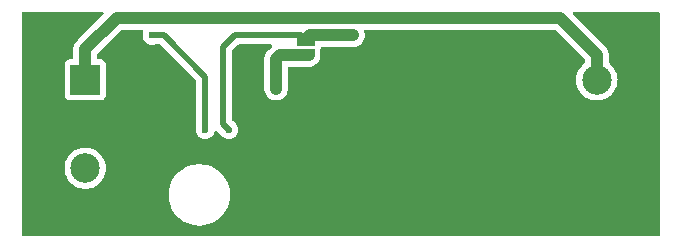
<source format=gbr>
%TF.GenerationSoftware,KiCad,Pcbnew,8.0.2*%
%TF.CreationDate,2024-08-05T12:32:05+02:00*%
%TF.ProjectId,CurrentLimiter2,43757272-656e-4744-9c69-6d6974657232,rev?*%
%TF.SameCoordinates,Original*%
%TF.FileFunction,Copper,L2,Bot*%
%TF.FilePolarity,Positive*%
%FSLAX46Y46*%
G04 Gerber Fmt 4.6, Leading zero omitted, Abs format (unit mm)*
G04 Created by KiCad (PCBNEW 8.0.2) date 2024-08-05 12:32:05*
%MOMM*%
%LPD*%
G01*
G04 APERTURE LIST*
G04 Aperture macros list*
%AMFreePoly0*
4,1,19,0.500000,-0.750000,0.000000,-0.750000,0.000000,-0.744911,-0.071157,-0.744911,-0.207708,-0.704816,-0.327430,-0.627875,-0.420627,-0.520320,-0.479746,-0.390866,-0.500000,-0.250000,-0.500000,0.250000,-0.479746,0.390866,-0.420627,0.520320,-0.327430,0.627875,-0.207708,0.704816,-0.071157,0.744911,0.000000,0.744911,0.000000,0.750000,0.500000,0.750000,0.500000,-0.750000,0.500000,-0.750000,
$1*%
%AMFreePoly1*
4,1,19,0.000000,0.744911,0.071157,0.744911,0.207708,0.704816,0.327430,0.627875,0.420627,0.520320,0.479746,0.390866,0.500000,0.250000,0.500000,-0.250000,0.479746,-0.390866,0.420627,-0.520320,0.327430,-0.627875,0.207708,-0.704816,0.071157,-0.744911,0.000000,-0.744911,0.000000,-0.750000,-0.500000,-0.750000,-0.500000,0.750000,0.000000,0.750000,0.000000,0.744911,0.000000,0.744911,
$1*%
G04 Aperture macros list end*
%TA.AperFunction,SMDPad,CuDef*%
%ADD10FreePoly0,270.000000*%
%TD*%
%TA.AperFunction,SMDPad,CuDef*%
%ADD11FreePoly1,270.000000*%
%TD*%
%TA.AperFunction,ComponentPad*%
%ADD12R,2.500000X2.500000*%
%TD*%
%TA.AperFunction,ComponentPad*%
%ADD13C,2.500000*%
%TD*%
%TA.AperFunction,ViaPad*%
%ADD14C,0.600000*%
%TD*%
%TA.AperFunction,ViaPad*%
%ADD15C,1.000000*%
%TD*%
%TA.AperFunction,Conductor*%
%ADD16C,1.000000*%
%TD*%
%TA.AperFunction,Conductor*%
%ADD17C,0.500000*%
%TD*%
G04 APERTURE END LIST*
D10*
%TO.P,JP1,1,A*%
%TO.N,Net-(JP1-A)*%
X124500000Y-92850000D03*
D11*
%TO.P,JP1,2,B*%
%TO.N,Net-(JP1-B)*%
X124500000Y-94150000D03*
%TD*%
D12*
%TO.P,J2,1,Pin_1*%
%TO.N,/Col*%
X149155000Y-103750000D03*
D13*
%TO.P,J2,2,Pin_2*%
%TO.N,Net-(J1-Pin_1)*%
X149155000Y-96250000D03*
%TD*%
D12*
%TO.P,J1,1,Pin_1*%
%TO.N,Net-(J1-Pin_1)*%
X105845000Y-96250000D03*
D13*
%TO.P,J1,2,Pin_2*%
%TO.N,Net-(J1-Pin_2)*%
X105845000Y-103750000D03*
%TD*%
D14*
%TO.N,Net-(JP1-B)*%
X122000000Y-97000000D03*
%TO.N,Net-(JP1-A)*%
X118000000Y-100500000D03*
X128500000Y-92500000D03*
%TO.N,Net-(Q1-C)*%
X111500000Y-92500000D03*
X116000000Y-100500000D03*
D15*
%TO.N,/Col*%
X132000000Y-97500000D03*
X132000000Y-106000000D03*
X141000000Y-109000000D03*
X126000000Y-106000000D03*
X132000000Y-103000000D03*
X141000000Y-100000000D03*
X129000000Y-109000000D03*
X129000000Y-103000000D03*
X135000000Y-103000000D03*
X138000000Y-109000000D03*
X138000000Y-100000000D03*
X126000000Y-100000000D03*
X135000000Y-109000000D03*
X132000000Y-100000000D03*
X135000000Y-100000000D03*
X141000000Y-106000000D03*
X126000000Y-109000000D03*
X138000000Y-106000000D03*
X129000000Y-106000000D03*
X141000000Y-103000000D03*
X129000000Y-100000000D03*
X135000000Y-97500000D03*
X126000000Y-103000000D03*
X126000000Y-97500000D03*
X129000000Y-97500000D03*
X132000000Y-109000000D03*
X138000000Y-97500000D03*
X135000000Y-106000000D03*
X138000000Y-103000000D03*
X141000000Y-97500000D03*
%TD*%
D16*
%TO.N,Net-(JP1-B)*%
X122350000Y-94150000D02*
X122000000Y-94500000D01*
X122000000Y-94500000D02*
X122000000Y-97000000D01*
X124500000Y-94150000D02*
X122350000Y-94150000D01*
D17*
%TO.N,Net-(JP1-A)*%
X118500000Y-92500000D02*
X124150000Y-92500000D01*
X117500000Y-93500000D02*
X118500000Y-92500000D01*
X117500000Y-100000000D02*
X117500000Y-93500000D01*
X124150000Y-92500000D02*
X124500000Y-92850000D01*
X118000000Y-100500000D02*
X117500000Y-100000000D01*
D16*
X124850000Y-92500000D02*
X124500000Y-92850000D01*
X128500000Y-92500000D02*
X124850000Y-92500000D01*
D17*
%TO.N,Net-(Q1-C)*%
X112500000Y-92500000D02*
X116000000Y-96000000D01*
X116000000Y-96000000D02*
X116000000Y-100500000D01*
X111500000Y-92500000D02*
X112500000Y-92500000D01*
D16*
%TO.N,Net-(J1-Pin_1)*%
X149155000Y-94155000D02*
X149155000Y-96250000D01*
X105845000Y-96250000D02*
X105845000Y-93655000D01*
X146000000Y-91000000D02*
X149155000Y-94155000D01*
X108500000Y-91000000D02*
X146000000Y-91000000D01*
X105845000Y-93655000D02*
X108500000Y-91000000D01*
%TD*%
%TA.AperFunction,Conductor*%
%TO.N,/Col*%
G36*
X107352257Y-90520185D02*
G01*
X107398012Y-90572989D01*
X107407956Y-90642147D01*
X107378931Y-90705703D01*
X107372900Y-90712179D01*
X105207221Y-92877858D01*
X105207218Y-92877861D01*
X105137538Y-92947540D01*
X105067859Y-93017219D01*
X104958371Y-93181080D01*
X104958366Y-93181089D01*
X104906808Y-93305564D01*
X104906808Y-93305565D01*
X104882947Y-93363167D01*
X104881021Y-93372856D01*
X104881020Y-93372861D01*
X104844500Y-93556456D01*
X104844500Y-94375500D01*
X104824815Y-94442539D01*
X104772011Y-94488294D01*
X104720501Y-94499500D01*
X104547130Y-94499500D01*
X104547123Y-94499501D01*
X104487516Y-94505908D01*
X104352671Y-94556202D01*
X104352664Y-94556206D01*
X104237455Y-94642452D01*
X104237452Y-94642455D01*
X104151206Y-94757664D01*
X104151202Y-94757671D01*
X104100908Y-94892517D01*
X104094501Y-94952116D01*
X104094501Y-94952123D01*
X104094500Y-94952135D01*
X104094500Y-97547870D01*
X104094501Y-97547876D01*
X104100908Y-97607483D01*
X104151202Y-97742328D01*
X104151206Y-97742335D01*
X104237452Y-97857544D01*
X104237455Y-97857547D01*
X104352664Y-97943793D01*
X104352671Y-97943797D01*
X104487517Y-97994091D01*
X104487516Y-97994091D01*
X104494444Y-97994835D01*
X104547127Y-98000500D01*
X107142872Y-98000499D01*
X107202483Y-97994091D01*
X107337331Y-97943796D01*
X107452546Y-97857546D01*
X107538796Y-97742331D01*
X107589091Y-97607483D01*
X107595500Y-97547873D01*
X107595499Y-94952128D01*
X107589091Y-94892517D01*
X107583514Y-94877565D01*
X107538797Y-94757671D01*
X107538793Y-94757664D01*
X107452547Y-94642455D01*
X107452544Y-94642452D01*
X107337335Y-94556206D01*
X107337328Y-94556202D01*
X107202482Y-94505908D01*
X107202483Y-94505908D01*
X107142883Y-94499501D01*
X107142881Y-94499500D01*
X107142873Y-94499500D01*
X107142865Y-94499500D01*
X106969500Y-94499500D01*
X106902461Y-94479815D01*
X106856706Y-94427011D01*
X106845500Y-94375500D01*
X106845500Y-94120782D01*
X106865185Y-94053743D01*
X106881819Y-94033101D01*
X108878101Y-92036819D01*
X108939424Y-92003334D01*
X108965782Y-92000500D01*
X110651928Y-92000500D01*
X110718967Y-92020185D01*
X110764722Y-92072989D01*
X110774666Y-92142147D01*
X110768970Y-92165454D01*
X110714632Y-92320742D01*
X110714630Y-92320750D01*
X110694435Y-92499996D01*
X110694435Y-92500003D01*
X110714630Y-92679249D01*
X110714631Y-92679254D01*
X110774211Y-92849523D01*
X110870184Y-93002262D01*
X110997738Y-93129816D01*
X111150478Y-93225789D01*
X111297219Y-93277136D01*
X111320745Y-93285368D01*
X111320750Y-93285369D01*
X111499996Y-93305565D01*
X111500000Y-93305565D01*
X111500004Y-93305565D01*
X111679249Y-93285369D01*
X111679252Y-93285368D01*
X111679255Y-93285368D01*
X111759017Y-93257457D01*
X111799972Y-93250500D01*
X112137770Y-93250500D01*
X112204809Y-93270185D01*
X112225451Y-93286819D01*
X115213181Y-96274548D01*
X115246666Y-96335871D01*
X115249500Y-96362229D01*
X115249500Y-100200028D01*
X115242542Y-100240982D01*
X115214631Y-100320747D01*
X115194435Y-100499996D01*
X115194435Y-100500003D01*
X115214630Y-100679249D01*
X115214631Y-100679254D01*
X115274211Y-100849523D01*
X115370184Y-101002262D01*
X115497738Y-101129816D01*
X115650478Y-101225789D01*
X115820745Y-101285368D01*
X115820750Y-101285369D01*
X115999996Y-101305565D01*
X116000000Y-101305565D01*
X116000004Y-101305565D01*
X116179249Y-101285369D01*
X116179252Y-101285368D01*
X116179255Y-101285368D01*
X116349522Y-101225789D01*
X116502262Y-101129816D01*
X116629816Y-101002262D01*
X116725789Y-100849522D01*
X116785368Y-100679255D01*
X116790210Y-100636276D01*
X116817275Y-100571865D01*
X116874869Y-100532309D01*
X116944706Y-100530170D01*
X117001111Y-100562480D01*
X117246692Y-100808060D01*
X117269356Y-100844129D01*
X117271188Y-100843247D01*
X117274207Y-100849516D01*
X117370184Y-101002262D01*
X117497738Y-101129816D01*
X117650478Y-101225789D01*
X117820745Y-101285368D01*
X117820750Y-101285369D01*
X117999996Y-101305565D01*
X118000000Y-101305565D01*
X118000004Y-101305565D01*
X118179249Y-101285369D01*
X118179252Y-101285368D01*
X118179255Y-101285368D01*
X118349522Y-101225789D01*
X118502262Y-101129816D01*
X118629816Y-101002262D01*
X118725789Y-100849522D01*
X118785368Y-100679255D01*
X118797468Y-100571865D01*
X118805565Y-100500003D01*
X118805565Y-100499996D01*
X118785369Y-100320750D01*
X118785368Y-100320745D01*
X118757458Y-100240982D01*
X118725789Y-100150478D01*
X118629816Y-99997738D01*
X118502262Y-99870184D01*
X118349522Y-99774211D01*
X118349516Y-99774207D01*
X118343247Y-99771188D01*
X118344129Y-99769356D01*
X118308060Y-99746692D01*
X118286819Y-99725451D01*
X118253334Y-99664128D01*
X118250500Y-99637770D01*
X118250500Y-93862229D01*
X118270185Y-93795190D01*
X118286819Y-93774548D01*
X118774548Y-93286819D01*
X118835871Y-93253334D01*
X118862229Y-93250500D01*
X121535216Y-93250500D01*
X121602255Y-93270185D01*
X121648010Y-93322989D01*
X121657954Y-93392147D01*
X121628929Y-93455703D01*
X121622897Y-93462181D01*
X121451733Y-93633346D01*
X121362220Y-93722859D01*
X121362218Y-93722861D01*
X121310531Y-93774548D01*
X121222859Y-93862219D01*
X121113371Y-94026079D01*
X121113364Y-94026092D01*
X121037950Y-94208160D01*
X121037947Y-94208170D01*
X120999500Y-94401456D01*
X120999500Y-94401459D01*
X120999500Y-97098541D01*
X120999500Y-97098543D01*
X120999499Y-97098543D01*
X121037947Y-97291829D01*
X121037950Y-97291839D01*
X121113364Y-97473907D01*
X121113371Y-97473920D01*
X121222860Y-97637781D01*
X121222863Y-97637785D01*
X121362214Y-97777136D01*
X121362218Y-97777139D01*
X121526079Y-97886628D01*
X121526092Y-97886635D01*
X121708160Y-97962049D01*
X121708165Y-97962051D01*
X121708169Y-97962051D01*
X121708170Y-97962052D01*
X121901456Y-98000500D01*
X121901459Y-98000500D01*
X122098543Y-98000500D01*
X122228582Y-97974632D01*
X122291835Y-97962051D01*
X122473914Y-97886632D01*
X122637782Y-97777139D01*
X122777139Y-97637782D01*
X122886632Y-97473914D01*
X122962051Y-97291835D01*
X123000500Y-97098541D01*
X123000500Y-95274500D01*
X123020185Y-95207461D01*
X123072989Y-95161706D01*
X123124500Y-95150500D01*
X124134435Y-95150500D01*
X124152081Y-95151762D01*
X124178059Y-95155497D01*
X124234399Y-95155497D01*
X124234409Y-95155500D01*
X124285764Y-95155500D01*
X124765573Y-95155500D01*
X124765601Y-95155497D01*
X124821940Y-95155497D01*
X124821941Y-95155497D01*
X124955479Y-95136297D01*
X124955481Y-95136297D01*
X124961612Y-95135415D01*
X124964256Y-95135035D01*
X124964257Y-95135035D01*
X125102309Y-95094498D01*
X125233094Y-95034770D01*
X125354130Y-94956986D01*
X125359729Y-94952135D01*
X125428533Y-94892516D01*
X125462791Y-94862832D01*
X125462794Y-94862829D01*
X125557015Y-94754091D01*
X125634747Y-94633137D01*
X125694517Y-94502259D01*
X125735024Y-94364304D01*
X125755500Y-94221889D01*
X125755500Y-93650000D01*
X125754309Y-93633346D01*
X125769161Y-93565073D01*
X125818566Y-93515668D01*
X125877993Y-93500500D01*
X128598543Y-93500500D01*
X128728582Y-93474632D01*
X128791835Y-93462051D01*
X128973914Y-93386632D01*
X129137782Y-93277139D01*
X129277139Y-93137782D01*
X129386632Y-92973914D01*
X129462051Y-92791835D01*
X129500500Y-92598541D01*
X129500500Y-92401459D01*
X129500500Y-92401456D01*
X129462052Y-92208170D01*
X129462051Y-92208169D01*
X129462051Y-92208165D01*
X129447051Y-92171951D01*
X129439584Y-92102482D01*
X129470859Y-92040003D01*
X129530949Y-92004351D01*
X129561613Y-92000500D01*
X145534218Y-92000500D01*
X145601257Y-92020185D01*
X145621899Y-92036819D01*
X148118181Y-94533101D01*
X148151666Y-94594424D01*
X148154500Y-94620782D01*
X148154500Y-94747956D01*
X148134815Y-94814995D01*
X148100354Y-94850408D01*
X148060523Y-94877565D01*
X147868198Y-95056014D01*
X147704614Y-95261143D01*
X147573432Y-95488356D01*
X147477582Y-95732578D01*
X147477576Y-95732597D01*
X147419197Y-95988374D01*
X147419196Y-95988379D01*
X147399592Y-96249995D01*
X147399592Y-96250004D01*
X147419196Y-96511620D01*
X147419197Y-96511625D01*
X147477576Y-96767402D01*
X147477578Y-96767411D01*
X147477580Y-96767416D01*
X147573432Y-97011643D01*
X147704614Y-97238857D01*
X147746858Y-97291829D01*
X147868198Y-97443985D01*
X147980163Y-97547872D01*
X148060521Y-97622433D01*
X148277296Y-97770228D01*
X148277301Y-97770230D01*
X148277302Y-97770231D01*
X148277303Y-97770232D01*
X148402843Y-97830688D01*
X148513673Y-97884061D01*
X148513674Y-97884061D01*
X148513677Y-97884063D01*
X148764385Y-97961396D01*
X149023818Y-98000500D01*
X149286182Y-98000500D01*
X149545615Y-97961396D01*
X149796323Y-97884063D01*
X150018353Y-97777139D01*
X150032696Y-97770232D01*
X150032696Y-97770231D01*
X150032704Y-97770228D01*
X150249479Y-97622433D01*
X150441805Y-97443981D01*
X150605386Y-97238857D01*
X150736568Y-97011643D01*
X150832420Y-96767416D01*
X150890802Y-96511630D01*
X150905847Y-96310867D01*
X150910408Y-96250004D01*
X150910408Y-96249995D01*
X150890803Y-95988379D01*
X150890802Y-95988374D01*
X150890802Y-95988370D01*
X150832420Y-95732584D01*
X150736568Y-95488357D01*
X150605386Y-95261143D01*
X150441805Y-95056019D01*
X150441804Y-95056018D01*
X150441801Y-95056014D01*
X150265590Y-94892516D01*
X150249479Y-94877567D01*
X150248064Y-94876602D01*
X150209646Y-94850408D01*
X150165345Y-94796378D01*
X150155500Y-94747956D01*
X150155500Y-94056456D01*
X150117051Y-93863166D01*
X150116660Y-93862222D01*
X150116658Y-93862218D01*
X150116652Y-93862202D01*
X150064639Y-93736630D01*
X150041635Y-93681093D01*
X150041634Y-93681092D01*
X150041632Y-93681086D01*
X150009733Y-93633346D01*
X149932139Y-93517217D01*
X149789686Y-93374764D01*
X149789655Y-93374735D01*
X147127101Y-90712181D01*
X147093616Y-90650858D01*
X147098600Y-90581166D01*
X147140472Y-90525233D01*
X147205936Y-90500816D01*
X147214782Y-90500500D01*
X154375500Y-90500500D01*
X154442539Y-90520185D01*
X154488294Y-90572989D01*
X154499500Y-90624500D01*
X154499500Y-109375500D01*
X154479815Y-109442539D01*
X154427011Y-109488294D01*
X154375500Y-109499500D01*
X100624500Y-109499500D01*
X100557461Y-109479815D01*
X100511706Y-109427011D01*
X100500500Y-109375500D01*
X100500500Y-105853952D01*
X112899500Y-105853952D01*
X112899500Y-106146047D01*
X112932199Y-106436271D01*
X112932202Y-106436285D01*
X112997196Y-106721044D01*
X112997197Y-106721046D01*
X113093665Y-106996738D01*
X113220393Y-107259890D01*
X113220395Y-107259893D01*
X113375792Y-107507206D01*
X113557902Y-107735565D01*
X113764435Y-107942098D01*
X113992794Y-108124208D01*
X114240107Y-108279605D01*
X114503263Y-108406335D01*
X114778955Y-108502803D01*
X115063714Y-108567798D01*
X115063723Y-108567799D01*
X115063728Y-108567800D01*
X115257210Y-108589599D01*
X115353953Y-108600499D01*
X115353956Y-108600500D01*
X115353959Y-108600500D01*
X115646044Y-108600500D01*
X115646045Y-108600499D01*
X115794371Y-108583787D01*
X115936271Y-108567800D01*
X115936274Y-108567799D01*
X115936286Y-108567798D01*
X116221045Y-108502803D01*
X116496737Y-108406335D01*
X116759893Y-108279605D01*
X117007206Y-108124208D01*
X117235565Y-107942098D01*
X117442098Y-107735565D01*
X117624208Y-107507206D01*
X117779605Y-107259893D01*
X117906335Y-106996737D01*
X118002803Y-106721045D01*
X118067798Y-106436286D01*
X118100500Y-106146041D01*
X118100500Y-105853959D01*
X118067798Y-105563714D01*
X118002803Y-105278955D01*
X117906335Y-105003263D01*
X117779605Y-104740107D01*
X117624208Y-104492794D01*
X117442098Y-104264435D01*
X117235565Y-104057902D01*
X117007206Y-103875792D01*
X116836398Y-103768466D01*
X116759890Y-103720393D01*
X116496738Y-103593665D01*
X116221046Y-103497197D01*
X116221044Y-103497196D01*
X116001280Y-103447036D01*
X115936286Y-103432202D01*
X115936283Y-103432201D01*
X115936271Y-103432199D01*
X115646047Y-103399500D01*
X115646041Y-103399500D01*
X115353959Y-103399500D01*
X115353952Y-103399500D01*
X115063728Y-103432199D01*
X115063714Y-103432202D01*
X114778955Y-103497196D01*
X114778953Y-103497197D01*
X114503261Y-103593665D01*
X114240109Y-103720393D01*
X113992795Y-103875791D01*
X113764435Y-104057901D01*
X113557901Y-104264435D01*
X113375791Y-104492795D01*
X113220393Y-104740109D01*
X113093665Y-105003261D01*
X112997197Y-105278953D01*
X112997196Y-105278955D01*
X112932202Y-105563714D01*
X112932199Y-105563728D01*
X112899500Y-105853952D01*
X100500500Y-105853952D01*
X100500500Y-103749995D01*
X104089592Y-103749995D01*
X104089592Y-103750004D01*
X104109196Y-104011620D01*
X104109197Y-104011625D01*
X104167576Y-104267402D01*
X104167578Y-104267411D01*
X104167580Y-104267416D01*
X104263432Y-104511643D01*
X104394614Y-104738857D01*
X104526736Y-104904533D01*
X104558198Y-104943985D01*
X104739753Y-105112441D01*
X104750521Y-105122433D01*
X104967296Y-105270228D01*
X104967301Y-105270230D01*
X104967302Y-105270231D01*
X104967303Y-105270232D01*
X105092843Y-105330688D01*
X105203673Y-105384061D01*
X105203674Y-105384061D01*
X105203677Y-105384063D01*
X105454385Y-105461396D01*
X105713818Y-105500500D01*
X105976182Y-105500500D01*
X106235615Y-105461396D01*
X106486323Y-105384063D01*
X106704582Y-105278955D01*
X106722696Y-105270232D01*
X106722696Y-105270231D01*
X106722704Y-105270228D01*
X106939479Y-105122433D01*
X107131805Y-104943981D01*
X107295386Y-104738857D01*
X107426568Y-104511643D01*
X107522420Y-104267416D01*
X107580802Y-104011630D01*
X107580803Y-104011620D01*
X107600408Y-103750004D01*
X107600408Y-103749995D01*
X107580803Y-103488379D01*
X107580802Y-103488374D01*
X107580802Y-103488370D01*
X107522420Y-103232584D01*
X107426568Y-102988357D01*
X107295386Y-102761143D01*
X107131805Y-102556019D01*
X107131804Y-102556018D01*
X107131801Y-102556014D01*
X106939479Y-102377567D01*
X106722704Y-102229772D01*
X106722700Y-102229770D01*
X106722697Y-102229768D01*
X106722696Y-102229767D01*
X106486325Y-102115938D01*
X106486327Y-102115938D01*
X106235623Y-102038606D01*
X106235619Y-102038605D01*
X106235615Y-102038604D01*
X106110823Y-102019794D01*
X105976187Y-101999500D01*
X105976182Y-101999500D01*
X105713818Y-101999500D01*
X105713812Y-101999500D01*
X105552247Y-102023853D01*
X105454385Y-102038604D01*
X105454382Y-102038605D01*
X105454376Y-102038606D01*
X105203673Y-102115938D01*
X104967303Y-102229767D01*
X104967302Y-102229768D01*
X104750520Y-102377567D01*
X104558198Y-102556014D01*
X104394614Y-102761143D01*
X104263432Y-102988356D01*
X104167582Y-103232578D01*
X104167576Y-103232597D01*
X104109197Y-103488374D01*
X104109196Y-103488379D01*
X104089592Y-103749995D01*
X100500500Y-103749995D01*
X100500500Y-90624500D01*
X100520185Y-90557461D01*
X100572989Y-90511706D01*
X100624500Y-90500500D01*
X107285218Y-90500500D01*
X107352257Y-90520185D01*
G37*
%TD.AperFunction*%
%TD*%
M02*

</source>
